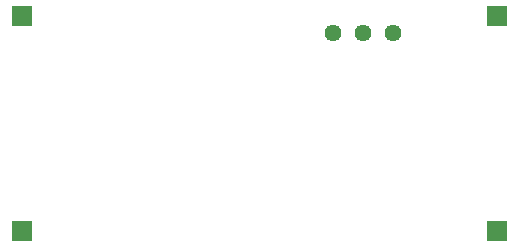
<source format=gbr>
%TF.GenerationSoftware,KiCad,Pcbnew,9.0.1*%
%TF.CreationDate,2025-11-29T01:29:34+04:00*%
%TF.ProjectId,BC-LM2596-ADJ,42432d4c-4d32-4353-9936-2d41444a2e6b,rev?*%
%TF.SameCoordinates,Original*%
%TF.FileFunction,Soldermask,Bot*%
%TF.FilePolarity,Negative*%
%FSLAX46Y46*%
G04 Gerber Fmt 4.6, Leading zero omitted, Abs format (unit mm)*
G04 Created by KiCad (PCBNEW 9.0.1) date 2025-11-29 01:29:34*
%MOMM*%
%LPD*%
G01*
G04 APERTURE LIST*
%ADD10R,1.700000X1.700000*%
%ADD11C,1.440000*%
G04 APERTURE END LIST*
D10*
%TO.C,J3*%
X131600000Y-71400000D03*
%TD*%
%TO.C,J4*%
X131600000Y-89600000D03*
%TD*%
%TO.C,J1*%
X91400000Y-71400000D03*
%TD*%
D11*
%TO.C,RV1*%
X122750000Y-72800000D03*
X120210000Y-72800000D03*
X117670000Y-72800000D03*
%TD*%
D10*
%TO.C,J2*%
X91400000Y-89600000D03*
%TD*%
M02*

</source>
